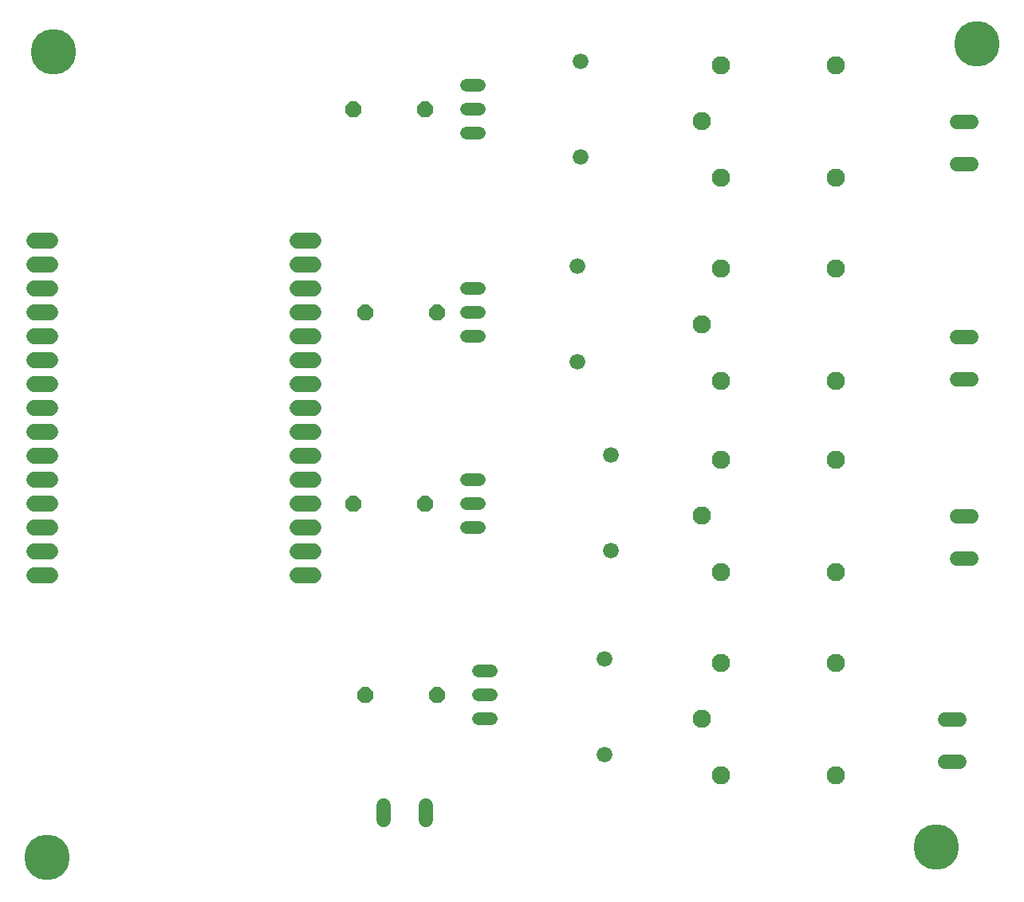
<source format=gbr>
G04 EAGLE Gerber RS-274X export*
G75*
%MOMM*%
%FSLAX34Y34*%
%LPD*%
%INTop Copper*%
%IPPOS*%
%AMOC8*
5,1,8,0,0,1.08239X$1,22.5*%
G01*
%ADD10C,1.676400*%
%ADD11C,1.950000*%
%ADD12P,1.814519X8X202.500000*%
%ADD13C,1.524000*%
%ADD14C,1.320800*%
%ADD15C,1.676400*%
%ADD16C,4.835400*%


D10*
X584200Y698500D03*
X584200Y800100D03*
X609600Y63500D03*
X609600Y165100D03*
X615950Y280670D03*
X615950Y382270D03*
X580390Y481330D03*
X580390Y582930D03*
D11*
X713100Y736600D03*
X733100Y676600D03*
X733100Y796600D03*
X855100Y676600D03*
X855100Y796600D03*
X713100Y101600D03*
X733100Y41600D03*
X733100Y161600D03*
X855100Y41600D03*
X855100Y161600D03*
X713100Y317500D03*
X733100Y257500D03*
X733100Y377500D03*
X855100Y257500D03*
X855100Y377500D03*
X713100Y520700D03*
X733100Y460700D03*
X733100Y580700D03*
X855100Y460700D03*
X855100Y580700D03*
D12*
X419100Y749300D03*
X342900Y749300D03*
X431800Y127000D03*
X355600Y127000D03*
X419100Y330200D03*
X342900Y330200D03*
X431800Y533400D03*
X355600Y533400D03*
D13*
X374850Y9890D02*
X374850Y-5350D01*
X419850Y-5350D02*
X419850Y9890D01*
X983980Y736400D02*
X999220Y736400D01*
X999220Y691400D02*
X983980Y691400D01*
X986520Y101400D02*
X971280Y101400D01*
X971280Y56400D02*
X986520Y56400D01*
X983980Y317300D02*
X999220Y317300D01*
X999220Y272300D02*
X983980Y272300D01*
X983980Y507800D02*
X999220Y507800D01*
X999220Y462800D02*
X983980Y462800D01*
D14*
X476504Y774700D02*
X463296Y774700D01*
X463296Y723900D02*
X476504Y723900D01*
X476504Y749300D02*
X463296Y749300D01*
X475996Y152400D02*
X489204Y152400D01*
X489204Y101600D02*
X475996Y101600D01*
X475996Y127000D02*
X489204Y127000D01*
X476504Y355600D02*
X463296Y355600D01*
X463296Y304800D02*
X476504Y304800D01*
X476504Y330200D02*
X463296Y330200D01*
X463296Y558800D02*
X476504Y558800D01*
X476504Y508000D02*
X463296Y508000D01*
X463296Y533400D02*
X476504Y533400D01*
D15*
X21082Y609600D02*
X4318Y609600D01*
X4318Y584200D02*
X21082Y584200D01*
X21082Y558800D02*
X4318Y558800D01*
X4318Y533400D02*
X21082Y533400D01*
X21082Y508000D02*
X4318Y508000D01*
X4318Y482600D02*
X21082Y482600D01*
X21082Y457200D02*
X4318Y457200D01*
X4318Y431800D02*
X21082Y431800D01*
X21082Y406400D02*
X4318Y406400D01*
X4318Y381000D02*
X21082Y381000D01*
X21082Y355600D02*
X4318Y355600D01*
X4318Y330200D02*
X21082Y330200D01*
X21082Y304800D02*
X4318Y304800D01*
X4318Y279400D02*
X21082Y279400D01*
X21082Y254000D02*
X4318Y254000D01*
X283718Y254000D02*
X300482Y254000D01*
X300482Y279400D02*
X283718Y279400D01*
X283718Y304800D02*
X300482Y304800D01*
X300482Y330200D02*
X283718Y330200D01*
X283718Y355600D02*
X300482Y355600D01*
X300482Y381000D02*
X283718Y381000D01*
X283718Y406400D02*
X300482Y406400D01*
X300482Y431800D02*
X283718Y431800D01*
X283718Y457200D02*
X300482Y457200D01*
X300482Y482600D02*
X283718Y482600D01*
X283718Y508000D02*
X300482Y508000D01*
X300482Y533400D02*
X283718Y533400D01*
X283718Y558800D02*
X300482Y558800D01*
X300482Y584200D02*
X283718Y584200D01*
X283718Y609600D02*
X300482Y609600D01*
D16*
X24130Y810260D03*
X1004570Y819150D03*
X17780Y-45720D03*
X961390Y-34290D03*
M02*

</source>
